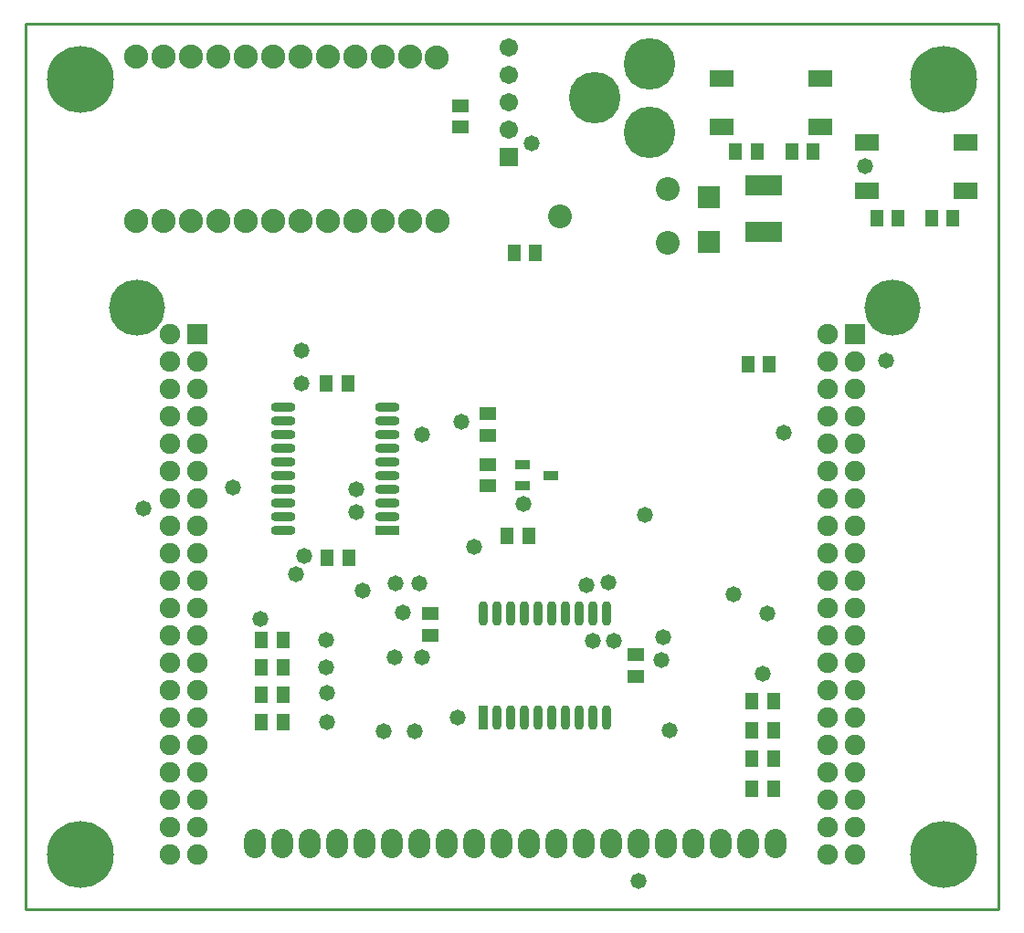
<source format=gts>
G04*
G04 #@! TF.GenerationSoftware,Altium Limited,Altium Designer,18.0.11 (651)*
G04*
G04 Layer_Color=8388736*
%FSLAX25Y25*%
%MOIN*%
G70*
G01*
G75*
%ADD10C,0.01000*%
%ADD11R,0.09068X0.06312*%
%ADD12R,0.04737X0.05918*%
%ADD13R,0.09068X0.03359*%
%ADD14O,0.09068X0.03359*%
%ADD15R,0.03359X0.09068*%
%ADD16O,0.03359X0.09068*%
%ADD17R,0.13202X0.07808*%
%ADD18R,0.05918X0.04737*%
%ADD19R,0.07887X0.07887*%
%ADD20R,0.05524X0.03359*%
%ADD21C,0.08674*%
%ADD22C,0.06706*%
%ADD23R,0.06706X0.06706*%
%ADD24C,0.08800*%
%ADD25C,0.07493*%
%ADD26R,0.07493X0.07493*%
%ADD27C,0.20485*%
%ADD28O,0.07887X0.10642*%
%ADD29C,0.18800*%
%ADD30C,0.24422*%
%ADD31C,0.05800*%
D10*
X-0Y0D02*
X0Y323500D01*
Y323500D02*
X355000Y323500D01*
X355000Y-0D01*
X0Y0D02*
X355000Y-0D01*
D11*
X254087Y285642D02*
D03*
X289913D02*
D03*
Y303358D02*
D03*
X254087D02*
D03*
X307060Y262342D02*
D03*
X342887D02*
D03*
Y280058D02*
D03*
X307060D02*
D03*
D12*
X110063Y128500D02*
D03*
X117937D02*
D03*
X178176Y239600D02*
D03*
X186050D02*
D03*
X265063Y76000D02*
D03*
X272937D02*
D03*
X265063Y65500D02*
D03*
X272937D02*
D03*
X265063Y55000D02*
D03*
X272937D02*
D03*
X265000Y44000D02*
D03*
X272874D02*
D03*
X93937Y98500D02*
D03*
X86063D02*
D03*
X93937Y88500D02*
D03*
X86063D02*
D03*
X93937Y78500D02*
D03*
X86063D02*
D03*
X175626Y136500D02*
D03*
X183500D02*
D03*
X93937Y68500D02*
D03*
X86063D02*
D03*
X318337Y252400D02*
D03*
X310463D02*
D03*
X279463Y276600D02*
D03*
X287337D02*
D03*
X109563Y192000D02*
D03*
X117437D02*
D03*
X271374Y199000D02*
D03*
X263500D02*
D03*
X330463Y252400D02*
D03*
X338337D02*
D03*
X266837Y276600D02*
D03*
X258963D02*
D03*
D13*
X132095Y138500D02*
D03*
D14*
Y143500D02*
D03*
Y148500D02*
D03*
Y153500D02*
D03*
Y158500D02*
D03*
Y163500D02*
D03*
Y168500D02*
D03*
Y173500D02*
D03*
Y178500D02*
D03*
Y183500D02*
D03*
X93906Y138500D02*
D03*
Y143500D02*
D03*
Y148500D02*
D03*
Y153500D02*
D03*
Y158500D02*
D03*
Y163500D02*
D03*
Y168500D02*
D03*
Y173500D02*
D03*
Y178500D02*
D03*
Y183500D02*
D03*
D15*
X167000Y69906D02*
D03*
D16*
X172000D02*
D03*
X177000D02*
D03*
X182000D02*
D03*
X187000D02*
D03*
X192000D02*
D03*
X197000D02*
D03*
X202000D02*
D03*
X207000D02*
D03*
X212000D02*
D03*
X167000Y108095D02*
D03*
X172000D02*
D03*
X177000D02*
D03*
X182000D02*
D03*
X187000D02*
D03*
X192000D02*
D03*
X197000D02*
D03*
X202000D02*
D03*
X207000D02*
D03*
X212000D02*
D03*
D17*
X269200Y264500D02*
D03*
Y247500D02*
D03*
D18*
X168500Y154563D02*
D03*
Y162437D02*
D03*
X147500Y108000D02*
D03*
Y100126D02*
D03*
X168500Y173126D02*
D03*
Y181000D02*
D03*
X222500Y92937D02*
D03*
Y85063D02*
D03*
X158500Y285563D02*
D03*
Y293437D02*
D03*
D19*
X249300Y243600D02*
D03*
Y260135D02*
D03*
D20*
X191724Y158500D02*
D03*
X181276Y162240D02*
D03*
Y154760D02*
D03*
D21*
X234408Y243332D02*
D03*
X195038Y253174D02*
D03*
X234408Y263017D02*
D03*
D22*
X176200Y314700D02*
D03*
Y304700D02*
D03*
Y294700D02*
D03*
Y284700D02*
D03*
D23*
Y274700D02*
D03*
D24*
X40315Y251315D02*
D03*
X50315D02*
D03*
X60315D02*
D03*
X70315D02*
D03*
X80315D02*
D03*
X90315D02*
D03*
X100315D02*
D03*
X110315D02*
D03*
X120315D02*
D03*
X130315D02*
D03*
X140315D02*
D03*
X150315D02*
D03*
X40315Y311315D02*
D03*
X50315D02*
D03*
X60315D02*
D03*
X70315D02*
D03*
X80315D02*
D03*
X90315D02*
D03*
X100315D02*
D03*
X110315D02*
D03*
X120315D02*
D03*
X130315D02*
D03*
X140315D02*
D03*
X150000Y311000D02*
D03*
D25*
X292500Y30000D02*
D03*
X302500D02*
D03*
X292500Y40000D02*
D03*
X302500D02*
D03*
X292500Y50000D02*
D03*
X302500D02*
D03*
X292500Y60000D02*
D03*
X302500D02*
D03*
X292500Y70000D02*
D03*
X302500D02*
D03*
X292500Y80000D02*
D03*
X302500D02*
D03*
X292500Y90000D02*
D03*
X302500D02*
D03*
X292500Y100000D02*
D03*
X302500D02*
D03*
X292500Y110000D02*
D03*
X302500D02*
D03*
X292500Y120000D02*
D03*
X302500D02*
D03*
X292500Y130000D02*
D03*
X302500D02*
D03*
X292500Y140000D02*
D03*
X302500D02*
D03*
X292500Y150000D02*
D03*
X302500D02*
D03*
X292500Y160000D02*
D03*
X302500D02*
D03*
X292500Y170000D02*
D03*
X302500D02*
D03*
X292500Y180000D02*
D03*
X302500D02*
D03*
X292500Y190000D02*
D03*
X302500D02*
D03*
X292500Y200000D02*
D03*
X302500D02*
D03*
X292500Y210000D02*
D03*
X52500Y30000D02*
D03*
X62500D02*
D03*
X52500Y40000D02*
D03*
X62500D02*
D03*
X52500Y50000D02*
D03*
X62500D02*
D03*
X52500Y60000D02*
D03*
X62500D02*
D03*
X52500Y70000D02*
D03*
X62500D02*
D03*
X52500Y80000D02*
D03*
X62500D02*
D03*
X52500Y90000D02*
D03*
X62500D02*
D03*
X52500Y100000D02*
D03*
X62500D02*
D03*
X52500Y110000D02*
D03*
X62500D02*
D03*
X52500Y120000D02*
D03*
X62500D02*
D03*
X52500Y130000D02*
D03*
X62500D02*
D03*
X52500Y140000D02*
D03*
X62500D02*
D03*
X52500Y150000D02*
D03*
X62500D02*
D03*
X52500Y160000D02*
D03*
X62500D02*
D03*
X52500Y170000D02*
D03*
X62500D02*
D03*
X52500Y180000D02*
D03*
X62500D02*
D03*
X52500Y190000D02*
D03*
X62500D02*
D03*
X52500Y200000D02*
D03*
X62500D02*
D03*
X52500Y210000D02*
D03*
X302500Y20000D02*
D03*
X292500D02*
D03*
X52500D02*
D03*
X62500D02*
D03*
D26*
X302500Y210000D02*
D03*
X62500D02*
D03*
D27*
X316295Y219882D02*
D03*
X40705D02*
D03*
D28*
X83500Y24213D02*
D03*
X93500D02*
D03*
X103500D02*
D03*
X113500D02*
D03*
X123500D02*
D03*
X133500D02*
D03*
X143500D02*
D03*
X153500D02*
D03*
X163500D02*
D03*
X173500D02*
D03*
X183500D02*
D03*
X193500D02*
D03*
X203500D02*
D03*
X213500D02*
D03*
X223500D02*
D03*
X233500D02*
D03*
X243500D02*
D03*
X253500D02*
D03*
X263500D02*
D03*
X273500D02*
D03*
D29*
X227700Y283760D02*
D03*
Y308760D02*
D03*
X207700Y296260D02*
D03*
D30*
X20000Y303150D02*
D03*
X335000D02*
D03*
Y20000D02*
D03*
X20000D02*
D03*
D31*
X223600Y10508D02*
D03*
X184747Y279653D02*
D03*
X306100Y271400D02*
D03*
X207000Y98200D02*
D03*
X258200Y115200D02*
D03*
X276500Y174000D02*
D03*
X235000Y65500D02*
D03*
X135000Y119000D02*
D03*
X143500D02*
D03*
X144500Y92000D02*
D03*
X134500D02*
D03*
X142000Y65000D02*
D03*
X130500D02*
D03*
X137500Y108500D02*
D03*
X123000Y116500D02*
D03*
X157500Y70000D02*
D03*
X159000Y178000D02*
D03*
X85500Y106000D02*
D03*
X269000Y86000D02*
D03*
X232000Y91000D02*
D03*
X100500Y204000D02*
D03*
Y192000D02*
D03*
X43000Y146500D02*
D03*
X75500Y154000D02*
D03*
X226000Y144000D02*
D03*
X232500Y99500D02*
D03*
X270500Y108000D02*
D03*
X110000Y79000D02*
D03*
X109500Y88500D02*
D03*
X110000Y68500D02*
D03*
X109500Y98500D02*
D03*
X204500Y118500D02*
D03*
X212500Y119500D02*
D03*
X214500Y98000D02*
D03*
X163500Y132500D02*
D03*
X314000Y200500D02*
D03*
X181500Y148000D02*
D03*
X144500Y173500D02*
D03*
X120500Y153500D02*
D03*
Y145000D02*
D03*
X98500Y122500D02*
D03*
X101500Y129000D02*
D03*
M02*

</source>
